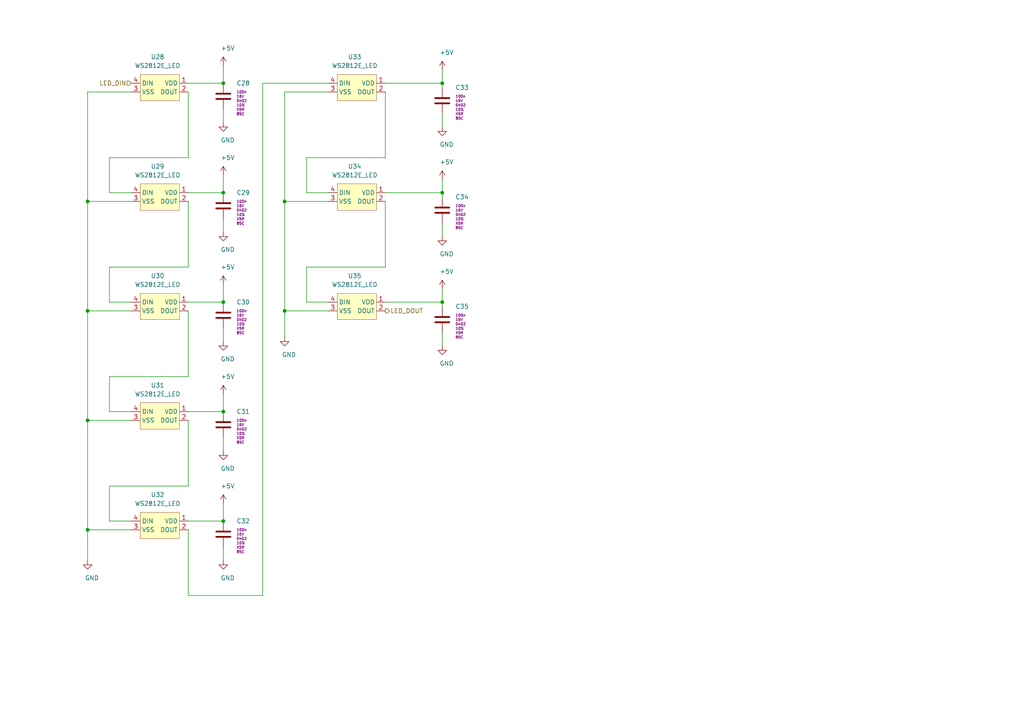
<source format=kicad_sch>
(kicad_sch (version 20201015) (generator eeschema)
  (paper "A4")
  (lib_symbols
    (symbol "jer_Samsung_MLCC_0402:C,100n,16V,0402,10%,X5R,85C" (pin_numbers hide) (pin_names (offset 0.254))
      (property "Reference" "C" (at 0.635 2.54 0))
      (property "P0_Value" "100n" (at 3.302 0.762 0))
      (property "P1_Voltage" "16V" (at 3.302 -0.254 0))
      (property "P2_Package" "0402" (at 3.302 -1.27 0))
      (property "P3_Tolerance" "10%" (at 3.302 -2.286 0))
      (property "P4_Tempco" "X5R" (at 3.302 -3.302 0))
      (property "P5_Maxtemp" "85C" (at 3.302 -4.318 0))
      (symbol "C,100n,16V,0402,10%,X5R,85C_0_1"
        (polyline (pts (xy -2.032 -0.762) (xy 2.032 -0.762)) (stroke (width 0.508)))
        (polyline (pts (xy -2.032 0.762) (xy 2.032 0.762)) (stroke (width 0.508)))
      )
      (symbol "C,100n,16V,0402,10%,X5R,85C_1_1"
        (pin passive line (at 0 3.81 270) (length 2.794) (name "~") (number "1"))
        (pin passive line (at 0 -3.81 90) (length 2.794) (name "~") (number "2"))
      )
    )
    (symbol "jeremy:WS2812E_LED"
      (property "Reference" "U" (at -3.81 3.81 0))
      (property "Value" "WS2812E_LED" (at 0 -6.35 0))
      (symbol "WS2812E_LED_0_0"
        (pin unspecified line (at -7.62 0 0) (length 2.54) (name "VDD") (number "1"))
        (pin unspecified line (at -7.62 -2.54 0) (length 2.54) (name "DOUT") (number "2"))
        (pin unspecified line (at 8.89 -2.54 180) (length 2.54) (name "VSS") (number "3"))
        (pin unspecified line (at 8.89 0 180) (length 2.54) (name "DIN") (number "4"))
      )
      (symbol "WS2812E_LED_0_1"
        (rectangle (start -5.08 2.54) (end 6.35 -5.08) (stroke (width 0.001)) (fill (type background)))
      )
    )
    (symbol "power:+5V" (power) (pin_names (offset 0))
      (property "Value" "+5V" (at 0 3.556 0))
      (symbol "+5V_0_1"
        (polyline (pts (xy -0.762 1.27) (xy 0 2.54)))
        (polyline (pts (xy 0 0) (xy 0 2.54)))
        (polyline (pts (xy 0 2.54) (xy 0.762 1.27)))
      )
      (symbol "+5V_1_1"
        (pin power_in line (at 0 0 90) (length 0) hide (name "+5V") (number "1"))
      )
    )
    (symbol "power:GND" (power) (pin_names (offset 0))
      (property "Value" "GND" (at 0 -3.81 0))
      (symbol "GND_0_1"
        (polyline (pts (xy 0 0) (xy 0 -1.27) (xy 1.27 -1.27) (xy 0 -2.54) (xy -1.27 -1.27) (xy 0 -1.27)))
      )
      (symbol "GND_1_1"
        (pin power_in line (at 0 0 270) (length 0) hide (name "GND") (number "1"))
      )
    )
  )
  (junction (at 25.4 58.42) (diameter 0.9144))
  (junction (at 25.4 90.17) (diameter 0.9144))
  (junction (at 25.4 121.92) (diameter 0.9144))
  (junction (at 25.4 153.67) (diameter 0.9144))
  (junction (at 64.77 24.13) (diameter 0.9144))
  (junction (at 64.77 55.88) (diameter 0.9144))
  (junction (at 64.77 87.63) (diameter 0.9144))
  (junction (at 64.77 119.38) (diameter 0.9144))
  (junction (at 64.77 151.13) (diameter 0.9144))
  (junction (at 82.55 58.42) (diameter 0.9144))
  (junction (at 82.55 90.17) (diameter 0.9144))
  (junction (at 128.27 24.13) (diameter 0.9144))
  (junction (at 128.27 55.88) (diameter 0.9144))
  (junction (at 128.27 87.63) (diameter 0.9144))
  (wire (pts (xy 25.4 26.67) (xy 25.4 58.42)))
  (wire (pts (xy 25.4 26.67) (xy 38.1 26.67)))
  (wire (pts (xy 25.4 58.42) (xy 25.4 90.17)))
  (wire (pts (xy 25.4 58.42) (xy 38.1 58.42)))
  (wire (pts (xy 25.4 90.17) (xy 25.4 121.92)))
  (wire (pts (xy 25.4 90.17) (xy 38.1 90.17)))
  (wire (pts (xy 25.4 121.92) (xy 25.4 153.67)))
  (wire (pts (xy 25.4 121.92) (xy 38.1 121.92)))
  (wire (pts (xy 25.4 153.67) (xy 25.4 162.56)))
  (wire (pts (xy 25.4 153.67) (xy 38.1 153.67)))
  (wire (pts (xy 31.75 45.72) (xy 31.75 55.88)))
  (wire (pts (xy 31.75 55.88) (xy 38.1 55.88)))
  (wire (pts (xy 31.75 77.47) (xy 31.75 87.63)))
  (wire (pts (xy 31.75 87.63) (xy 38.1 87.63)))
  (wire (pts (xy 31.75 109.22) (xy 31.75 119.38)))
  (wire (pts (xy 31.75 119.38) (xy 38.1 119.38)))
  (wire (pts (xy 31.75 140.97) (xy 31.75 151.13)))
  (wire (pts (xy 31.75 151.13) (xy 38.1 151.13)))
  (wire (pts (xy 54.61 24.13) (xy 64.77 24.13)))
  (wire (pts (xy 54.61 26.67) (xy 54.61 45.72)))
  (wire (pts (xy 54.61 45.72) (xy 31.75 45.72)))
  (wire (pts (xy 54.61 55.88) (xy 64.77 55.88)))
  (wire (pts (xy 54.61 58.42) (xy 54.61 77.47)))
  (wire (pts (xy 54.61 77.47) (xy 31.75 77.47)))
  (wire (pts (xy 54.61 87.63) (xy 64.77 87.63)))
  (wire (pts (xy 54.61 90.17) (xy 54.61 109.22)))
  (wire (pts (xy 54.61 109.22) (xy 31.75 109.22)))
  (wire (pts (xy 54.61 119.38) (xy 64.77 119.38)))
  (wire (pts (xy 54.61 121.92) (xy 54.61 140.97)))
  (wire (pts (xy 54.61 140.97) (xy 31.75 140.97)))
  (wire (pts (xy 54.61 151.13) (xy 64.77 151.13)))
  (wire (pts (xy 54.61 153.67) (xy 54.61 172.72)))
  (wire (pts (xy 54.61 172.72) (xy 76.2 172.72)))
  (wire (pts (xy 64.77 19.05) (xy 64.77 24.13)))
  (wire (pts (xy 64.77 31.75) (xy 64.77 35.56)))
  (wire (pts (xy 64.77 50.8) (xy 64.77 55.88)))
  (wire (pts (xy 64.77 63.5) (xy 64.77 67.31)))
  (wire (pts (xy 64.77 82.55) (xy 64.77 87.63)))
  (wire (pts (xy 64.77 95.25) (xy 64.77 99.06)))
  (wire (pts (xy 64.77 114.3) (xy 64.77 119.38)))
  (wire (pts (xy 64.77 127) (xy 64.77 130.81)))
  (wire (pts (xy 64.77 146.05) (xy 64.77 151.13)))
  (wire (pts (xy 64.77 158.75) (xy 64.77 162.56)))
  (wire (pts (xy 76.2 24.13) (xy 76.2 172.72)))
  (wire (pts (xy 76.2 24.13) (xy 95.25 24.13)))
  (wire (pts (xy 82.55 26.67) (xy 82.55 58.42)))
  (wire (pts (xy 82.55 26.67) (xy 95.25 26.67)))
  (wire (pts (xy 82.55 58.42) (xy 82.55 90.17)))
  (wire (pts (xy 82.55 58.42) (xy 95.25 58.42)))
  (wire (pts (xy 82.55 90.17) (xy 82.55 97.79)))
  (wire (pts (xy 82.55 90.17) (xy 95.25 90.17)))
  (wire (pts (xy 88.9 45.72) (xy 88.9 55.88)))
  (wire (pts (xy 88.9 55.88) (xy 95.25 55.88)))
  (wire (pts (xy 88.9 77.47) (xy 88.9 87.63)))
  (wire (pts (xy 88.9 87.63) (xy 95.25 87.63)))
  (wire (pts (xy 111.76 24.13) (xy 128.27 24.13)))
  (wire (pts (xy 111.76 26.67) (xy 111.76 45.72)))
  (wire (pts (xy 111.76 45.72) (xy 88.9 45.72)))
  (wire (pts (xy 111.76 55.88) (xy 128.27 55.88)))
  (wire (pts (xy 111.76 58.42) (xy 111.76 77.47)))
  (wire (pts (xy 111.76 77.47) (xy 88.9 77.47)))
  (wire (pts (xy 111.76 87.63) (xy 128.27 87.63)))
  (wire (pts (xy 128.27 20.32) (xy 128.27 24.13)))
  (wire (pts (xy 128.27 24.13) (xy 128.27 25.4)))
  (wire (pts (xy 128.27 33.02) (xy 128.27 36.83)))
  (wire (pts (xy 128.27 52.07) (xy 128.27 55.88)))
  (wire (pts (xy 128.27 55.88) (xy 128.27 57.15)))
  (wire (pts (xy 128.27 64.77) (xy 128.27 68.58)))
  (wire (pts (xy 128.27 83.82) (xy 128.27 87.63)))
  (wire (pts (xy 128.27 87.63) (xy 128.27 88.9)))
  (wire (pts (xy 128.27 96.52) (xy 128.27 100.33)))
  (hierarchical_label "LED_DIN" (shape input) (at 38.1 24.13 180))
  (hierarchical_label "LED_DOUT" (shape output) (at 111.76 90.17 0))
  (symbol (lib_id "power:+5V") (at 64.77 19.05 0) (unit 1)
    (property "Reference" "#PWR0202" (effects hide))
    (property "Value" "+5V" (at 66.04 13.97 0))
  )
  (symbol (lib_id "power:+5V") (at 64.77 50.8 0) (unit 1)
    (property "Reference" "#PWR0206" (effects hide))
    (property "Value" "+5V" (at 66.04 45.72 0))
  )
  (symbol (lib_id "power:+5V") (at 64.77 82.55 0) (unit 1)
    (property "Reference" "#PWR0203" (effects hide))
    (property "Value" "+5V" (at 66.04 77.47 0))
  )
  (symbol (lib_id "power:+5V") (at 64.77 114.3 0) (unit 1)
    (property "Reference" "#PWR0199" (effects hide))
    (property "Value" "+5V" (at 66.04 109.22 0))
  )
  (symbol (lib_id "power:+5V") (at 64.77 146.05 0) (unit 1)
    (property "Reference" "#PWR0198" (effects hide))
    (property "Value" "+5V" (at 66.04 140.97 0))
  )
  (symbol (lib_id "power:+5V") (at 128.27 20.32 0) (unit 1)
    (property "Reference" "#PWR0186" (effects hide))
    (property "Value" "+5V" (at 129.54 15.24 0))
  )
  (symbol (lib_id "power:+5V") (at 128.27 52.07 0) (unit 1)
    (property "Reference" "#PWR0183" (effects hide))
    (property "Value" "+5V" (at 129.54 46.99 0))
  )
  (symbol (lib_id "power:+5V") (at 128.27 83.82 0) (unit 1)
    (property "Reference" "#PWR0194" (effects hide))
    (property "Value" "+5V" (at 129.54 78.74 0))
  )
  (symbol (lib_id "power:GND") (at 25.4 162.56 0) (unit 1)
    (property "Reference" "#PWR?" (effects hide))
    (property "Value" "GND" (at 26.67 167.64 0))
  )
  (symbol (lib_id "power:GND") (at 64.77 35.56 0) (unit 1)
    (property "Reference" "#PWR0205" (effects hide))
    (property "Value" "GND" (at 66.04 40.64 0))
  )
  (symbol (lib_id "power:GND") (at 64.77 67.31 0) (unit 1)
    (property "Reference" "#PWR0204" (effects hide))
    (property "Value" "GND" (at 66.04 72.39 0))
  )
  (symbol (lib_id "power:GND") (at 64.77 99.06 0) (unit 1)
    (property "Reference" "#PWR0196" (effects hide))
    (property "Value" "GND" (at 66.04 104.14 0))
  )
  (symbol (lib_id "power:GND") (at 64.77 130.81 0) (unit 1)
    (property "Reference" "#PWR0197" (effects hide))
    (property "Value" "GND" (at 66.04 135.89 0))
  )
  (symbol (lib_id "power:GND") (at 64.77 162.56 0) (unit 1)
    (property "Reference" "#PWR0195" (effects hide))
    (property "Value" "GND" (at 66.04 167.64 0))
  )
  (symbol (lib_id "power:GND") (at 82.55 97.79 0) (unit 1)
    (property "Reference" "#PWR?" (effects hide))
    (property "Value" "GND" (at 83.82 102.87 0))
  )
  (symbol (lib_id "power:GND") (at 128.27 36.83 0) (unit 1)
    (property "Reference" "#PWR0184" (effects hide))
    (property "Value" "GND" (at 129.54 41.91 0))
  )
  (symbol (lib_id "power:GND") (at 128.27 68.58 0) (unit 1)
    (property "Reference" "#PWR0192" (effects hide))
    (property "Value" "GND" (at 129.54 73.66 0))
  )
  (symbol (lib_id "power:GND") (at 128.27 100.33 0) (unit 1)
    (property "Reference" "#PWR0193" (effects hide))
    (property "Value" "GND" (at 129.54 105.41 0))
  )
  (symbol (lib_id "jer_Samsung_MLCC_0402:C,100n,16V,0402,10%,X5R,85C") (at 64.77 27.94 180) (unit 1)
    (property "Reference" "C28" (at 68.58 24.13 0) (effects (justify right)))
    (property "Value" "C,100n,16V,0402,10%,X5R,85C" (effects hide))
    (property "Footprint" "Capacitor_SMD:C_0402_1005Metric" (effects hide))
    (property "P0_Value" "100n" (at 68.58 26.67 0) (effects (font (size 0.762 0.762)) (justify right)))
    (property "P1_Voltage" "16V" (at 68.58 27.94 0) (effects (font (size 0.762 0.762)) (justify right)))
    (property "P2_Package" "0402" (at 68.58 29.21 0) (effects (font (size 0.762 0.762)) (justify right)))
    (property "P3_Tolerance" "10%" (at 68.58 30.48 0) (effects (font (size 0.762 0.762)) (justify right)))
    (property "P4_Tempco" "X5R" (at 68.58 31.75 0) (effects (font (size 0.762 0.762)) (justify right)))
    (property "P5_Maxtemp" "85C" (at 68.58 33.02 0) (effects (font (size 0.762 0.762)) (justify right)))
    (property "MFG" "Samsung" (effects hide))
    (property "MFG PN" "CL05A104KO5NNNC" (effects hide))
    (property "Digikey" "1276-1234-1-ND" (effects hide))
    (property "LCSC" "C1525" (effects hide))
  )
  (symbol (lib_id "jer_Samsung_MLCC_0402:C,100n,16V,0402,10%,X5R,85C") (at 64.77 59.69 180) (unit 1)
    (property "Reference" "C29" (at 68.58 55.88 0) (effects (justify right)))
    (property "Value" "C,100n,16V,0402,10%,X5R,85C" (effects hide))
    (property "Footprint" "Capacitor_SMD:C_0402_1005Metric" (effects hide))
    (property "P0_Value" "100n" (at 68.58 58.42 0) (effects (font (size 0.762 0.762)) (justify right)))
    (property "P1_Voltage" "16V" (at 68.58 59.69 0) (effects (font (size 0.762 0.762)) (justify right)))
    (property "P2_Package" "0402" (at 68.58 60.96 0) (effects (font (size 0.762 0.762)) (justify right)))
    (property "P3_Tolerance" "10%" (at 68.58 62.23 0) (effects (font (size 0.762 0.762)) (justify right)))
    (property "P4_Tempco" "X5R" (at 68.58 63.5 0) (effects (font (size 0.762 0.762)) (justify right)))
    (property "P5_Maxtemp" "85C" (at 68.58 64.77 0) (effects (font (size 0.762 0.762)) (justify right)))
    (property "MFG" "Samsung" (effects hide))
    (property "MFG PN" "CL05A104KO5NNNC" (effects hide))
    (property "Digikey" "1276-1234-1-ND" (effects hide))
    (property "LCSC" "C1525" (effects hide))
  )
  (symbol (lib_id "jer_Samsung_MLCC_0402:C,100n,16V,0402,10%,X5R,85C") (at 64.77 91.44 180) (unit 1)
    (property "Reference" "C30" (at 68.58 87.63 0) (effects (justify right)))
    (property "Value" "C,100n,16V,0402,10%,X5R,85C" (effects hide))
    (property "Footprint" "Capacitor_SMD:C_0402_1005Metric" (effects hide))
    (property "P0_Value" "100n" (at 68.58 90.17 0) (effects (font (size 0.762 0.762)) (justify right)))
    (property "P1_Voltage" "16V" (at 68.58 91.44 0) (effects (font (size 0.762 0.762)) (justify right)))
    (property "P2_Package" "0402" (at 68.58 92.71 0) (effects (font (size 0.762 0.762)) (justify right)))
    (property "P3_Tolerance" "10%" (at 68.58 93.98 0) (effects (font (size 0.762 0.762)) (justify right)))
    (property "P4_Tempco" "X5R" (at 68.58 95.25 0) (effects (font (size 0.762 0.762)) (justify right)))
    (property "P5_Maxtemp" "85C" (at 68.58 96.52 0) (effects (font (size 0.762 0.762)) (justify right)))
    (property "MFG" "Samsung" (effects hide))
    (property "MFG PN" "CL05A104KO5NNNC" (effects hide))
    (property "Digikey" "1276-1234-1-ND" (effects hide))
    (property "LCSC" "C1525" (effects hide))
  )
  (symbol (lib_id "jer_Samsung_MLCC_0402:C,100n,16V,0402,10%,X5R,85C") (at 64.77 123.19 180) (unit 1)
    (property "Reference" "C31" (at 68.58 119.38 0) (effects (justify right)))
    (property "Value" "C,100n,16V,0402,10%,X5R,85C" (effects hide))
    (property "Footprint" "Capacitor_SMD:C_0402_1005Metric" (effects hide))
    (property "P0_Value" "100n" (at 68.58 121.92 0) (effects (font (size 0.762 0.762)) (justify right)))
    (property "P1_Voltage" "16V" (at 68.58 123.19 0) (effects (font (size 0.762 0.762)) (justify right)))
    (property "P2_Package" "0402" (at 68.58 124.46 0) (effects (font (size 0.762 0.762)) (justify right)))
    (property "P3_Tolerance" "10%" (at 68.58 125.73 0) (effects (font (size 0.762 0.762)) (justify right)))
    (property "P4_Tempco" "X5R" (at 68.58 127 0) (effects (font (size 0.762 0.762)) (justify right)))
    (property "P5_Maxtemp" "85C" (at 68.58 128.27 0) (effects (font (size 0.762 0.762)) (justify right)))
    (property "MFG" "Samsung" (effects hide))
    (property "MFG PN" "CL05A104KO5NNNC" (effects hide))
    (property "Digikey" "1276-1234-1-ND" (effects hide))
    (property "LCSC" "C1525" (effects hide))
  )
  (symbol (lib_id "jer_Samsung_MLCC_0402:C,100n,16V,0402,10%,X5R,85C") (at 64.77 154.94 180) (unit 1)
    (property "Reference" "C32" (at 68.58 151.13 0) (effects (justify right)))
    (property "Value" "C,100n,16V,0402,10%,X5R,85C" (effects hide))
    (property "Footprint" "Capacitor_SMD:C_0402_1005Metric" (effects hide))
    (property "P0_Value" "100n" (at 68.58 153.67 0) (effects (font (size 0.762 0.762)) (justify right)))
    (property "P1_Voltage" "16V" (at 68.58 154.94 0) (effects (font (size 0.762 0.762)) (justify right)))
    (property "P2_Package" "0402" (at 68.58 156.21 0) (effects (font (size 0.762 0.762)) (justify right)))
    (property "P3_Tolerance" "10%" (at 68.58 157.48 0) (effects (font (size 0.762 0.762)) (justify right)))
    (property "P4_Tempco" "X5R" (at 68.58 158.75 0) (effects (font (size 0.762 0.762)) (justify right)))
    (property "P5_Maxtemp" "85C" (at 68.58 160.02 0) (effects (font (size 0.762 0.762)) (justify right)))
    (property "MFG" "Samsung" (effects hide))
    (property "MFG PN" "CL05A104KO5NNNC" (effects hide))
    (property "Digikey" "1276-1234-1-ND" (effects hide))
    (property "LCSC" "C1525" (effects hide))
  )
  (symbol (lib_id "jer_Samsung_MLCC_0402:C,100n,16V,0402,10%,X5R,85C") (at 128.27 29.21 180) (unit 1)
    (property "Reference" "C33" (at 132.08 25.4 0) (effects (justify right)))
    (property "Value" "C,100n,16V,0402,10%,X5R,85C" (effects hide))
    (property "Footprint" "Capacitor_SMD:C_0402_1005Metric" (effects hide))
    (property "P0_Value" "100n" (at 132.08 27.94 0) (effects (font (size 0.762 0.762)) (justify right)))
    (property "P1_Voltage" "16V" (at 132.08 29.21 0) (effects (font (size 0.762 0.762)) (justify right)))
    (property "P2_Package" "0402" (at 132.08 30.48 0) (effects (font (size 0.762 0.762)) (justify right)))
    (property "P3_Tolerance" "10%" (at 132.08 31.75 0) (effects (font (size 0.762 0.762)) (justify right)))
    (property "P4_Tempco" "X5R" (at 132.08 33.02 0) (effects (font (size 0.762 0.762)) (justify right)))
    (property "P5_Maxtemp" "85C" (at 132.08 34.29 0) (effects (font (size 0.762 0.762)) (justify right)))
    (property "MFG" "Samsung" (effects hide))
    (property "MFG PN" "CL05A104KO5NNNC" (effects hide))
    (property "Digikey" "1276-1234-1-ND" (effects hide))
    (property "LCSC" "C1525" (effects hide))
  )
  (symbol (lib_id "jer_Samsung_MLCC_0402:C,100n,16V,0402,10%,X5R,85C") (at 128.27 60.96 180) (unit 1)
    (property "Reference" "C34" (at 132.08 57.15 0) (effects (justify right)))
    (property "Value" "C,100n,16V,0402,10%,X5R,85C" (effects hide))
    (property "Footprint" "Capacitor_SMD:C_0402_1005Metric" (effects hide))
    (property "P0_Value" "100n" (at 132.08 59.69 0) (effects (font (size 0.762 0.762)) (justify right)))
    (property "P1_Voltage" "16V" (at 132.08 60.96 0) (effects (font (size 0.762 0.762)) (justify right)))
    (property "P2_Package" "0402" (at 132.08 62.23 0) (effects (font (size 0.762 0.762)) (justify right)))
    (property "P3_Tolerance" "10%" (at 132.08 63.5 0) (effects (font (size 0.762 0.762)) (justify right)))
    (property "P4_Tempco" "X5R" (at 132.08 64.77 0) (effects (font (size 0.762 0.762)) (justify right)))
    (property "P5_Maxtemp" "85C" (at 132.08 66.04 0) (effects (font (size 0.762 0.762)) (justify right)))
    (property "MFG" "Samsung" (effects hide))
    (property "MFG PN" "CL05A104KO5NNNC" (effects hide))
    (property "Digikey" "1276-1234-1-ND" (effects hide))
    (property "LCSC" "C1525" (effects hide))
  )
  (symbol (lib_id "jer_Samsung_MLCC_0402:C,100n,16V,0402,10%,X5R,85C") (at 128.27 92.71 180) (unit 1)
    (property "Reference" "C35" (at 132.08 88.9 0) (effects (justify right)))
    (property "Value" "C,100n,16V,0402,10%,X5R,85C" (effects hide))
    (property "Footprint" "Capacitor_SMD:C_0402_1005Metric" (effects hide))
    (property "P0_Value" "100n" (at 132.08 91.44 0) (effects (font (size 0.762 0.762)) (justify right)))
    (property "P1_Voltage" "16V" (at 132.08 92.71 0) (effects (font (size 0.762 0.762)) (justify right)))
    (property "P2_Package" "0402" (at 132.08 93.98 0) (effects (font (size 0.762 0.762)) (justify right)))
    (property "P3_Tolerance" "10%" (at 132.08 95.25 0) (effects (font (size 0.762 0.762)) (justify right)))
    (property "P4_Tempco" "X5R" (at 132.08 96.52 0) (effects (font (size 0.762 0.762)) (justify right)))
    (property "P5_Maxtemp" "85C" (at 132.08 97.79 0) (effects (font (size 0.762 0.762)) (justify right)))
    (property "MFG" "Samsung" (effects hide))
    (property "MFG PN" "CL05A104KO5NNNC" (effects hide))
    (property "Digikey" "1276-1234-1-ND" (effects hide))
    (property "LCSC" "C1525" (effects hide))
  )
  (symbol (lib_id "jeremy:WS2812E_LED") (at 46.99 24.13 0) (mirror y) (unit 1)
    (property "Reference" "U28" (at 45.72 16.51 0))
    (property "Value" "WS2812E_LED" (at 45.72 19.05 0))
    (property "Footprint" "LED_SMD:LED_WS2812B_PLCC4_5.0x5.0mm_P3.2mm" (effects hide))
    (property "MFG" "Worldsemi" (effects hide))
    (property "MFG PN" "WS2812E" (effects hide))
    (property "LCSC" "C139127" (effects hide))
  )
  (symbol (lib_id "jeremy:WS2812E_LED") (at 46.99 55.88 0) (mirror y) (unit 1)
    (property "Reference" "U29" (at 45.72 48.26 0))
    (property "Value" "WS2812E_LED" (at 45.72 50.8 0))
    (property "Footprint" "LED_SMD:LED_WS2812B_PLCC4_5.0x5.0mm_P3.2mm" (effects hide))
    (property "MFG" "Worldsemi" (effects hide))
    (property "MFG PN" "WS2812E" (effects hide))
    (property "LCSC" "C139127" (effects hide))
  )
  (symbol (lib_id "jeremy:WS2812E_LED") (at 46.99 87.63 0) (mirror y) (unit 1)
    (property "Reference" "U30" (at 45.72 80.01 0))
    (property "Value" "WS2812E_LED" (at 45.72 82.55 0))
    (property "Footprint" "LED_SMD:LED_WS2812B_PLCC4_5.0x5.0mm_P3.2mm" (effects hide))
    (property "MFG" "Worldsemi" (effects hide))
    (property "MFG PN" "WS2812E" (effects hide))
    (property "LCSC" "C139127" (effects hide))
  )
  (symbol (lib_id "jeremy:WS2812E_LED") (at 46.99 119.38 0) (mirror y) (unit 1)
    (property "Reference" "U31" (at 45.72 111.76 0))
    (property "Value" "WS2812E_LED" (at 45.72 114.3 0))
    (property "Footprint" "LED_SMD:LED_WS2812B_PLCC4_5.0x5.0mm_P3.2mm" (effects hide))
    (property "MFG" "Worldsemi" (effects hide))
    (property "MFG PN" "WS2812E" (effects hide))
    (property "LCSC" "C139127" (effects hide))
  )
  (symbol (lib_id "jeremy:WS2812E_LED") (at 46.99 151.13 0) (mirror y) (unit 1)
    (property "Reference" "U32" (at 45.72 143.51 0))
    (property "Value" "WS2812E_LED" (at 45.72 146.05 0))
    (property "Footprint" "LED_SMD:LED_WS2812B_PLCC4_5.0x5.0mm_P3.2mm" (effects hide))
    (property "MFG" "Worldsemi" (effects hide))
    (property "MFG PN" "WS2812E" (effects hide))
    (property "LCSC" "C139127" (effects hide))
  )
  (symbol (lib_id "jeremy:WS2812E_LED") (at 104.14 24.13 0) (mirror y) (unit 1)
    (property "Reference" "U33" (at 102.87 16.51 0))
    (property "Value" "WS2812E_LED" (at 102.87 19.05 0))
    (property "Footprint" "LED_SMD:LED_WS2812B_PLCC4_5.0x5.0mm_P3.2mm" (effects hide))
    (property "MFG" "Worldsemi" (effects hide))
    (property "MFG PN" "WS2812E" (effects hide))
    (property "LCSC" "C139127" (effects hide))
  )
  (symbol (lib_id "jeremy:WS2812E_LED") (at 104.14 55.88 0) (mirror y) (unit 1)
    (property "Reference" "U34" (at 102.87 48.26 0))
    (property "Value" "WS2812E_LED" (at 102.87 50.8 0))
    (property "Footprint" "LED_SMD:LED_WS2812B_PLCC4_5.0x5.0mm_P3.2mm" (effects hide))
    (property "MFG" "Worldsemi" (effects hide))
    (property "MFG PN" "WS2812E" (effects hide))
    (property "LCSC" "C139127" (effects hide))
  )
  (symbol (lib_id "jeremy:WS2812E_LED") (at 104.14 87.63 0) (mirror y) (unit 1)
    (property "Reference" "U35" (at 102.87 80.01 0))
    (property "Value" "WS2812E_LED" (at 102.87 82.55 0))
    (property "Footprint" "LED_SMD:LED_WS2812B_PLCC4_5.0x5.0mm_P3.2mm" (effects hide))
    (property "MFG" "Worldsemi" (effects hide))
    (property "MFG PN" "WS2812E" (effects hide))
    (property "LCSC" "C139127" (effects hide))
  )
)
</source>
